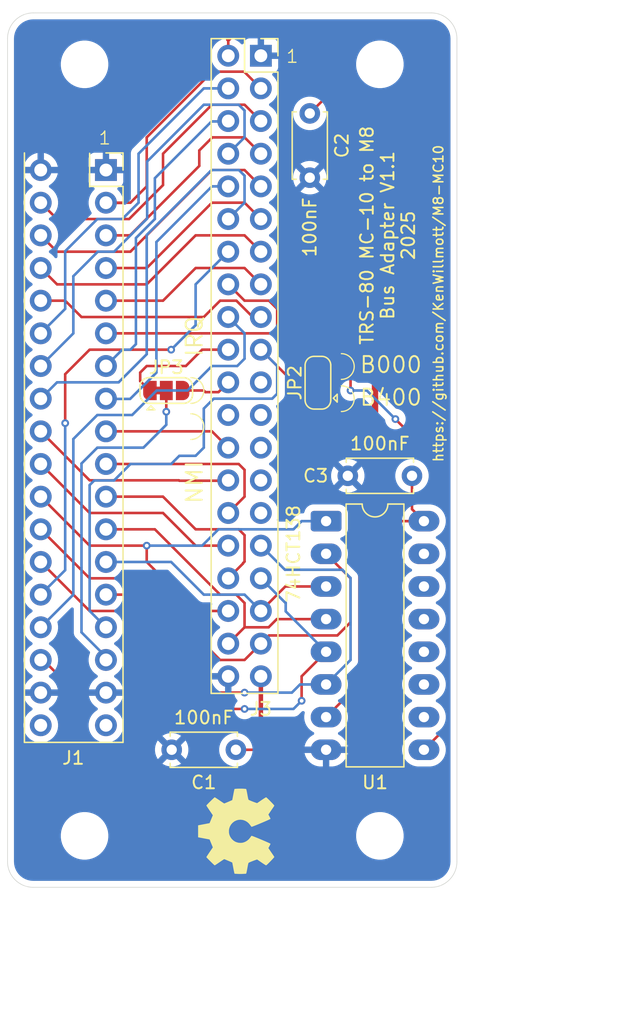
<source format=kicad_pcb>
(kicad_pcb (version 20241229) (generator "pcbnew") (generator_version "9.0")
  (title_block (title "MC-10 to M8 Adapter V1.1") (date "2025-03-10") (rev "1.1") (company "KW"))
  (layers (0 "F.Cu" signal) (2 "B.Cu" signal) (13 "F.Paste" user) (15 "B.Paste" user) (5 "F.SilkS" user "F.Silkscreen") (7 "B.SilkS" user "B.Silkscreen") (1 "F.Mask" user) (3 "B.Mask" user) (25 "Edge.Cuts" user))
  (net 0 "")
  (net 7 "GND")
  (net 8 "R{slash}~{W}")
  (net 9 "/D3")
  (net 10 "/D7")
  (net 11 "/D1")
  (net 12 "~{SEL}")
  (net 13 "/D0")
  (net 14 "/D6")
  (net 15 "VCC")
  (net 16 "/D4")
  (net 17 "E")
  (net 18 "/D2")
  (net 19 "/D5")
  (net 20 "~{RES}")
  (net 21 "/A0")
  (net 22 "/~{NMI}")
  (net 23 "/~{IRQ}")
  (net 24 "/A9")
  (net 25 "/A13")
  (net 26 "/A5")
  (net 27 "/A8")
  (net 28 "/A15")
  (net 29 "/A12")
  (net 30 "/A11")
  (net 31 "/A6")
  (net 32 "/A10")
  (net 33 "/A7")
  (net 34 "/A14")
  (net 35 "Net-(JP2-B)")
  (net 36 "Net-(JP2-A)")
  (net 43 "/A1")
  (net 44 "/A3")
  (net 45 "/A4")
  (net 46 "/A2")
  (net 47 "/~{INT}")
  (footprint "Capacitor_THT:C_Disc_D5.0mm_W2.5mm_P5.00mm" (layer "F.Cu") (at 142.54 77.815 -90)
    (property "Reference" "C2" (at 2.5 -2.5 90) (layer "F.SilkS"))
    (property "Value" "100nF" (at 8.85 0 90) (layer "F.SilkS"))
    (pad "1" thru_hole circle (at 0 0 270) (size 1.6 1.6) (drill 0.8) (layers "*.Cu" "*.Mask") (net 15 "VCC"))
    (pad "2" thru_hole circle (at 5 0 270) (size 1.6 1.6) (drill 0.8) (layers "*.Cu" "*.Mask") (net 7 "GND"))
  )
  (footprint "Jumper:SolderJumper-3_P1.3mm_Bridged12_RoundedPad1.0x1.5mm" (layer "F.Cu") (at 143.175 98.76 90)
    (property "Reference" "JP2" (at 0 -1.8 90) (layer "F.SilkS"))
    (property "Value" "Jumper_3_Bridged12" (hide yes))
    (fp_poly (pts (xy -0.9 -0.3) (xy -0.4 -0.3) (xy -0.4 0.3) (xy -0.9 0.3)) (fill yes) (layer "F.Cu"))
    (pad "1" smd custom (at -1.3 0 90) (size 1 0.5) (layers "F.Cu" "F.Mask") (net 36 "Net-(JP2-A)") (options (clearance outline) (anchor rect)) (primitives (gr_circle (center 0 0.25) (end 0.5 0.25) (width 0) (fill yes)) (gr_circle (center 0 -0.25) (end 0.5 -0.25) (width 0) (fill yes)) (gr_poly (pts (xy 0.55 0.75) (xy 0 0.75) (xy 0 -0.75) (xy 0.55 -0.75)) (width 0) (fill yes))))
    (pad "2" smd rect (at 0 0 90) (size 1 1.5) (layers "F.Cu" "F.Mask") (net 12 "~{SEL}"))
    (pad "3" smd custom (at 1.3 0 90) (size 1 0.5) (layers "F.Cu" "F.Mask") (net 35 "Net-(JP2-B)") (options (clearance outline) (anchor rect)) (primitives (gr_circle (center 0 0.25) (end 0.5 0.25) (width 0) (fill yes)) (gr_circle (center 0 -0.25) (end 0.5 -0.25) (width 0) (fill yes)) (gr_poly (pts (xy 0 0.75) (xy -0.55 0.75) (xy -0.55 -0.75) (xy 0 -0.75)) (width 0) (fill yes))))
  )
  (footprint "Package_DIP:DIP-16_W7.62mm_LongPads" (layer "F.Cu") (at 143.81 109.525)
    (property "Reference" "U1" (at 3.81 20.32 0) (layer "F.SilkS"))
    (property "Value" "74HCT138" (at -2.54 2.54 90) (layer "F.SilkS"))
    (pad "1" thru_hole roundrect (at 0 0) (size 2.4 1.6) (drill 0.8) (layers "*.Cu" "*.Mask") (roundrect_rratio 0.15625) (net 32 "/A10"))
    (pad "2" thru_hole oval (at 0 2.54) (size 2.4 1.6) (drill 0.8) (layers "*.Cu" "*.Mask") (net 29 "/A12"))
    (pad "3" thru_hole oval (at 0 5.08) (size 2.4 1.6) (drill 0.8) (layers "*.Cu" "*.Mask") (net 25 "/A13"))
    (pad "4" thru_hole oval (at 0 7.62) (size 2.4 1.6) (drill 0.8) (layers "*.Cu" "*.Mask") (net 30 "/A11"))
    (pad "5" thru_hole oval (at 0 10.16) (size 2.4 1.6) (drill 0.8) (layers "*.Cu" "*.Mask") (net 34 "/A14"))
    (pad "6" thru_hole oval (at 0 12.7) (size 2.4 1.6) (drill 0.8) (layers "*.Cu" "*.Mask") (net 28 "/A15"))
    (pad "7" thru_hole oval (at 0 15.24) (size 2.4 1.6) (drill 0.8) (layers "*.Cu" "*.Mask") (net 36 "Net-(JP2-A)"))
    (pad "8" thru_hole oval (at 0 17.78) (size 2.4 1.6) (drill 0.8) (layers "*.Cu" "*.Mask") (net 7 "GND"))
    (pad "9" thru_hole oval (at 7.62 17.78) (size 2.4 1.6) (drill 0.8) (layers "*.Cu" "*.Mask") (net 35 "Net-(JP2-B)"))
    (pad "10" thru_hole oval (at 7.62 15.24) (size 2.4 1.6) (drill 0.8) (layers "*.Cu" "*.Mask"))
    (pad "11" thru_hole oval (at 7.62 12.7) (size 2.4 1.6) (drill 0.8) (layers "*.Cu" "*.Mask"))
    (pad "12" thru_hole oval (at 7.62 10.16) (size 2.4 1.6) (drill 0.8) (layers "*.Cu" "*.Mask"))
    (pad "13" thru_hole oval (at 7.62 7.62) (size 2.4 1.6) (drill 0.8) (layers "*.Cu" "*.Mask"))
    (pad "14" thru_hole oval (at 7.62 5.08) (size 2.4 1.6) (drill 0.8) (layers "*.Cu" "*.Mask"))
    (pad "15" thru_hole oval (at 7.62 2.54) (size 2.4 1.6) (drill 0.8) (layers "*.Cu" "*.Mask"))
    (pad "16" thru_hole oval (at 7.62 0) (size 2.4 1.6) (drill 0.8) (layers "*.Cu" "*.Mask") (net 15 "VCC"))
  )
  (footprint "Connector_PinSocket_2.54mm:PinSocket_2x20_P2.54mm_Vertical" (layer "F.Cu") (at 138.73 73.33)
    (property "Reference" "J3" (at 0 50.8 0) (layer "F.SilkS"))
    (property "Value" "Conn_02x20_Odd_Even" (hide yes))
    (pad "1" thru_hole rect (at 0 0) (size 1.7 1.7) (drill 1) (layers "*.Cu" "*.Mask") (net 7 "GND"))
    (pad "2" thru_hole oval (at -2.54 0) (size 1.7 1.7) (drill 1) (layers "*.Cu" "*.Mask") (net 15 "VCC"))
    (pad "3" thru_hole oval (at 0 2.54) (size 1.7 1.7) (drill 1) (layers "*.Cu" "*.Mask") (net 13 "/D0"))
    (pad "4" thru_hole oval (at -2.54 2.54) (size 1.7 1.7) (drill 1) (layers "*.Cu" "*.Mask") (net 21 "/A0"))
    (pad "5" thru_hole oval (at 0 5.08) (size 1.7 1.7) (drill 1) (layers "*.Cu" "*.Mask") (net 11 "/D1"))
    (pad "6" thru_hole oval (at -2.54 5.08) (size 1.7 1.7) (drill 1) (layers "*.Cu" "*.Mask") (net 43 "/A1"))
    (pad "7" thru_hole oval (at 0 7.62) (size 1.7 1.7) (drill 1) (layers "*.Cu" "*.Mask") (net 18 "/D2"))
    (pad "8" thru_hole oval (at -2.54 7.62) (size 1.7 1.7) (drill 1) (layers "*.Cu" "*.Mask") (net 46 "/A2"))
    (pad "9" thru_hole oval (at 0 10.16) (size 1.7 1.7) (drill 1) (layers "*.Cu" "*.Mask") (net 9 "/D3"))
    (pad "10" thru_hole oval (at -2.54 10.16) (size 1.7 1.7) (drill 1) (layers "*.Cu" "*.Mask") (net 44 "/A3"))
    (pad "11" thru_hole oval (at 0 12.7) (size 1.7 1.7) (drill 1) (layers "*.Cu" "*.Mask") (net 16 "/D4"))
    (pad "12" thru_hole oval (at -2.54 12.7) (size 1.7 1.7) (drill 1) (layers "*.Cu" "*.Mask") (net 45 "/A4"))
    (pad "13" thru_hole oval (at 0 15.24) (size 1.7 1.7) (drill 1) (layers "*.Cu" "*.Mask") (net 19 "/D5"))
    (pad "14" thru_hole oval (at -2.54 15.24) (size 1.7 1.7) (drill 1) (layers "*.Cu" "*.Mask") (net 17 "E"))
    (pad "15" thru_hole oval (at 0 17.78) (size 1.7 1.7) (drill 1) (layers "*.Cu" "*.Mask") (net 14 "/D6"))
    (pad "16" thru_hole oval (at -2.54 17.78) (size 1.7 1.7) (drill 1) (layers "*.Cu" "*.Mask") (net 8 "R{slash}~{W}"))
    (pad "17" thru_hole oval (at 0 20.32) (size 1.7 1.7) (drill 1) (layers "*.Cu" "*.Mask") (net 10 "/D7"))
    (pad "18" thru_hole oval (at -2.54 20.32) (size 1.7 1.7) (drill 1) (layers "*.Cu" "*.Mask") (net 20 "~{RES}"))
    (pad "19" thru_hole oval (at 0 22.86) (size 1.7 1.7) (drill 1) (layers "*.Cu" "*.Mask") (net 12 "~{SEL}"))
    (pad "20" thru_hole oval (at -2.54 22.86) (size 1.7 1.7) (drill 1) (layers "*.Cu" "*.Mask") (net 23 "/~{IRQ}"))
    (pad "21" thru_hole oval (at 0 25.4) (size 1.7 1.7) (drill 1) (layers "*.Cu" "*.Mask"))
    (pad "22" thru_hole oval (at -2.54 25.4) (size 1.7 1.7) (drill 1) (layers "*.Cu" "*.Mask") (net 22 "/~{NMI}"))
    (pad "23" thru_hole oval (at 0 27.94) (size 1.7 1.7) (drill 1) (layers "*.Cu" "*.Mask"))
    (pad "24" thru_hole oval (at -2.54 27.94) (size 1.7 1.7) (drill 1) (layers "*.Cu" "*.Mask"))
    (pad "25" thru_hole oval (at 0 30.48) (size 1.7 1.7) (drill 1) (layers "*.Cu" "*.Mask"))
    (pad "26" thru_hole oval (at -2.54 30.48) (size 1.7 1.7) (drill 1) (layers "*.Cu" "*.Mask") (net 26 "/A5"))
    (pad "27" thru_hole oval (at 0 33.02) (size 1.7 1.7) (drill 1) (layers "*.Cu" "*.Mask"))
    (pad "28" thru_hole oval (at -2.54 33.02) (size 1.7 1.7) (drill 1) (layers "*.Cu" "*.Mask") (net 31 "/A6"))
    (pad "29" thru_hole oval (at 0 35.56) (size 1.7 1.7) (drill 1) (layers "*.Cu" "*.Mask"))
    (pad "30" thru_hole oval (at -2.54 35.56) (size 1.7 1.7) (drill 1) (layers "*.Cu" "*.Mask") (net 33 "/A7"))
    (pad "31" thru_hole oval (at 0 38.1) (size 1.7 1.7) (drill 1) (layers "*.Cu" "*.Mask") (net 28 "/A15"))
    (pad "32" thru_hole oval (at -2.54 38.1) (size 1.7 1.7) (drill 1) (layers "*.Cu" "*.Mask") (net 27 "/A8"))
    (pad "33" thru_hole oval (at 0 40.64) (size 1.7 1.7) (drill 1) (layers "*.Cu" "*.Mask") (net 34 "/A14"))
    (pad "34" thru_hole oval (at -2.54 40.64) (size 1.7 1.7) (drill 1) (layers "*.Cu" "*.Mask") (net 24 "/A9"))
    (pad "35" thru_hole oval (at 0 43.18) (size 1.7 1.7) (drill 1) (layers "*.Cu" "*.Mask") (net 25 "/A13"))
    (pad "36" thru_hole oval (at -2.54 43.18) (size 1.7 1.7) (drill 1) (layers "*.Cu" "*.Mask") (net 32 "/A10"))
    (pad "37" thru_hole oval (at 0 45.72) (size 1.7 1.7) (drill 1) (layers "*.Cu" "*.Mask") (net 29 "/A12"))
    (pad "38" thru_hole oval (at -2.54 45.72) (size 1.7 1.7) (drill 1) (layers "*.Cu" "*.Mask") (net 30 "/A11"))
    (pad "39" thru_hole oval (at 0 48.26) (size 1.7 1.7) (drill 1) (layers "*.Cu" "*.Mask") (net 15 "VCC"))
    (pad "40" thru_hole oval (at -2.54 48.26) (size 1.7 1.7) (drill 1) (layers "*.Cu" "*.Mask") (net 7 "GND"))
  )
  (footprint "Jumper:SolderJumper-3_P1.3mm_Bridged12_RoundedPad1.0x1.5mm" (layer "F.Cu") (at 131.364 99.365)
    (property "Reference" "JP3" (at 0 -1.8 0) (layer "F.SilkS"))
    (property "Value" "Jumper_3_Bridged12" (hide yes))
    (fp_poly (pts (xy -0.9 -0.3) (xy -0.4 -0.3) (xy -0.4 0.3) (xy -0.9 0.3)) (fill yes) (layer "F.Cu"))
    (pad "1" smd custom (at -1.3 0) (size 1 0.5) (layers "F.Cu" "F.Mask") (net 23 "/~{IRQ}") (options (clearance outline) (anchor rect)) (primitives (gr_circle (center 0 0.25) (end 0.5 0.25) (width 0) (fill yes)) (gr_circle (center 0 -0.25) (end 0.5 -0.25) (width 0) (fill yes)) (gr_poly (pts (xy 0.55 0.75) (xy 0 0.75) (xy 0 -0.75) (xy 0.55 -0.75)) (width 0) (fill yes))))
    (pad "2" smd rect (at 0 0) (size 1 1.5) (layers "F.Cu" "F.Mask") (net 47 "/~{INT}"))
    (pad "3" smd custom (at 1.3 0) (size 1 0.5) (layers "F.Cu" "F.Mask") (net 22 "/~{NMI}") (options (clearance outline) (anchor rect)) (primitives (gr_circle (center 0 0.25) (end 0.5 0.25) (width 0) (fill yes)) (gr_circle (center 0 -0.25) (end 0.5 -0.25) (width 0) (fill yes)) (gr_poly (pts (xy 0 0.75) (xy -0.55 0.75) (xy -0.55 -0.75) (xy 0 -0.75)) (width 0) (fill yes))))
  )
  (footprint "Library:Edge_Conn_2x18_P2.54mm_RA" (layer "F.Cu") (at 121.585 82.22)
    (property "Reference" "J1" (at 2.54 45.72 0) (layer "F.SilkS"))
    (property "Value" "Conn_02x18_Odd_Even" (hide yes))
    (pad "1" thru_hole rect (at 5.08 0) (size 1.7 1.7) (drill 1) (layers "*.Cu" "*.Mask") (net 7 "GND"))
    (pad "2" thru_hole oval (at 0 0) (size 1.7 1.7) (drill 1) (layers "*.Cu" "*.Mask") (net 7 "GND"))
    (pad "3" thru_hole oval (at 5.08 2.54) (size 1.7 1.7) (drill 1) (layers "*.Cu" "*.Mask") (net 13 "/D0"))
    (pad "4" thru_hole oval (at 0 2.54) (size 1.7 1.7) (drill 1) (layers "*.Cu" "*.Mask") (net 11 "/D1"))
    (pad "5" thru_hole oval (at 5.08 5.08) (size 1.7 1.7) (drill 1) (layers "*.Cu" "*.Mask") (net 18 "/D2"))
    (pad "6" thru_hole oval (at 0 5.08) (size 1.7 1.7) (drill 1) (layers "*.Cu" "*.Mask") (net 9 "/D3"))
    (pad "7" thru_hole oval (at 5.08 7.62) (size 1.7 1.7) (drill 1) (layers "*.Cu" "*.Mask") (net 16 "/D4"))
    (pad "8" thru_hole oval (at 0 7.62) (size 1.7 1.7) (drill 1) (layers "*.Cu" "*.Mask") (net 19 "/D5"))
    (pad "9" thru_hole oval (at 5.08 10.16) (size 1.7 1.7) (drill 1) (layers "*.Cu" "*.Mask") (net 14 "/D6"))
    (pad "10" thru_hole oval (at 0 10.16) (size 1.7 1.7) (drill 1) (layers "*.Cu" "*.Mask") (net 10 "/D7"))
    (pad "11" thru_hole oval (at 5.08 12.7) (size 1.7 1.7) (drill 1) (layers "*.Cu" "*.Mask") (net 8 "R{slash}~{W}"))
    (pad "12" thru_hole oval (at 0 12.7) (size 1.7 1.7) (drill 1) (layers "*.Cu" "*.Mask") (net 21 "/A0"))
    (pad "13" thru_hole oval (at 5.08 15.24) (size 1.7 1.7) (drill 1) (layers "*.Cu" "*.Mask") (net 43 "/A1"))
    (pad "14" thru_hole oval (at 0 15.24) (size 1.7 1.7) (drill 1) (layers "*.Cu" "*.Mask") (net 46 "/A2"))
    (pad "15" thru_hole oval (at 5.08 17.78) (size 1.7 1.7) (drill 1) (layers "*.Cu" "*.Mask") (net 44 "/A3"))
    (pad "16" thru_hole oval (at 0 17.78) (size 1.7 1.7) (drill 1) (layers "*.Cu" "*.Mask") (net 45 "/A4"))
    (pad "17" thru_hole oval (at 5.08 20.32) (size 1.7 1.7) (drill 1) (layers "*.Cu" "*.Mask") (net 26 "/A5"))
    (pad "18" thru_hole oval (at 0 20.32) (size 1.7 1.7) (drill 1) (layers "*.Cu" "*.Mask") (net 31 "/A6"))
    (pad "19" thru_hole oval (at 5.08 22.86) (size 1.7 1.7) (drill 1) (layers "*.Cu" "*.Mask") (net 33 "/A7"))
    (pad "20" thru_hole oval (at 0 22.86) (size 1.7 1.7) (drill 1) (layers "*.Cu" "*.Mask") (net 27 "/A8"))
    (pad "21" thru_hole oval (at 5.08 25.4) (size 1.7 1.7) (drill 1) (layers "*.Cu" "*.Mask") (net 24 "/A9"))
    (pad "22" thru_hole oval (at 0 25.4) (size 1.7 1.7) (drill 1) (layers "*.Cu" "*.Mask") (net 32 "/A10"))
    (pad "23" thru_hole oval (at 5.08 27.94) (size 1.7 1.7) (drill 1) (layers "*.Cu" "*.Mask") (net 30 "/A11"))
    (pad "24" thru_hole oval (at 0 27.94) (size 1.7 1.7) (drill 1) (layers "*.Cu" "*.Mask") (net 29 "/A12"))
    (pad "25" thru_hole oval (at 5.08 30.48) (size 1.7 1.7) (drill 1) (layers "*.Cu" "*.Mask") (net 25 "/A13"))
    (pad "26" thru_hole oval (at 0 30.48) (size 1.7 1.7) (drill 1) (layers "*.Cu" "*.Mask") (net 34 "/A14"))
    (pad "27" thru_hole oval (at 5.08 33.02) (size 1.7 1.7) (drill 1) (layers "*.Cu" "*.Mask") (net 28 "/A15"))
    (pad "28" thru_hole oval (at 0 33.02) (size 1.7 1.7) (drill 1) (layers "*.Cu" "*.Mask") (net 17 "E"))
    (pad "29" thru_hole oval (at 5.08 35.56) (size 1.7 1.7) (drill 1) (layers "*.Cu" "*.Mask") (net 12 "~{SEL}"))
    (pad "30" thru_hole oval (at 0 35.56) (size 1.7 1.7) (drill 1) (layers "*.Cu" "*.Mask") (net 20 "~{RES}"))
    (pad "31" thru_hole oval (at 5.08 38.1) (size 1.7 1.7) (drill 1) (layers "*.Cu" "*.Mask") (net 47 "/~{INT}"))
    (pad "32" thru_hole oval (at 0 38.1) (size 1.7 1.7) (drill 1) (layers "*.Cu" "*.Mask") (net 15 "VCC"))
    (pad "33" thru_hole oval (at 5.08 40.64) (size 1.7 1.7) (drill 1) (layers "*.Cu" "*.Mask") (net 7 "GND"))
    (pad "34" thru_hole oval (at 0 40.64) (size 1.7 1.7) (drill 1) (layers "*.Cu" "*.Mask") (net 7 "GND"))
    (pad "35" thru_hole oval (at 5.08 43.18) (size 1.7 1.7) (drill 1) (layers "*.Cu" "*.Mask"))
    (pad "36" thru_hole oval (at 0 43.18) (size 1.7 1.7) (drill 1) (layers "*.Cu" "*.Mask"))
  )
  (footprint "MountingHole:MountingHole_3.2mm_M3_ISO7380" (layer "F.Cu") (at 125 74)
    (property "Reference" "REF**" (hide yes))
    (property "Value" "MountingHole_3.2mm_M3_ISO7380" (hide yes))
    (pad "" np_thru_hole circle (at 0 0) (size 3.2 3.2) (drill 3.2) (layers "*.Cu" "*.Mask"))
  )
  (footprint "Capacitor_THT:C_Disc_D5.0mm_W2.5mm_P5.00mm" (layer "F.Cu") (at 150.5 106 180)
    (property "Reference" "C3" (at 7.5 0 180) (layer "F.SilkS"))
    (property "Value" "100nF" (at 2.5 2.5 180) (layer "F.SilkS"))
    (pad "1" thru_hole circle (at 0 0 180) (size 1.6 1.6) (drill 0.8) (layers "*.Cu" "*.Mask") (net 15 "VCC"))
    (pad "2" thru_hole circle (at 5 0 180) (size 1.6 1.6) (drill 0.8) (layers "*.Cu" "*.Mask") (net 7 "GND"))
  )
  (footprint "MountingHole:MountingHole_3.2mm_M3_ISO7380" (layer "F.Cu") (at 148 134)
    (property "Reference" "REF**" (hide yes))
    (property "Value" "MountingHole_3.2mm_M3_ISO7380" (hide yes))
    (pad "" np_thru_hole circle (at 0 0) (size 3.2 3.2) (drill 3.2) (layers "*.Cu" "*.Mask"))
  )
  (footprint "MountingHole:MountingHole_3.2mm_M3_ISO7380" (layer "F.Cu") (at 125 134)
    (property "Reference" "REF**" (hide yes))
    (property "Value" "MountingHole_3.2mm_M3_ISO7380" (hide yes))
    (pad "" np_thru_hole circle (at 0 0) (size 3.2 3.2) (drill 3.2) (layers "*.Cu" "*.Mask"))
  )
  (footprint "MountingHole:MountingHole_3.2mm_M3_ISO7380" (layer "F.Cu") (at 148 74)
    (property "Reference" "REF**" (hide yes))
    (property "Value" "MountingHole_3.2mm_M3_ISO7380" (hide yes))
    (pad "" np_thru_hole circle (at 0 0) (size 3.2 3.2) (drill 3.2) (layers "*.Cu" "*.Mask"))
  )
  (footprint "Symbol:OSHW-Symbol_6.7x6mm_SilkScreen" (layer "F.Cu") (at 136.825 133.655 90)
    (property "Reference" "REF**" (hide yes))
    (property "Value" "OSHW-Symbol_6.7x6mm_SilkScreen" (hide yes))
  )
  (footprint "Capacitor_THT:C_Disc_D5.0mm_W2.5mm_P5.00mm" (layer "F.Cu") (at 136.785 127.305 180)
    (property "Reference" "C1" (at 2.5 -2.54 0) (layer "F.SilkS"))
    (property "Value" "100nF" (at 2.5 2.5 0) (layer "F.SilkS"))
    (pad "1" thru_hole circle (at 0 0 180) (size 1.6 1.6) (drill 0.8) (layers "*.Cu" "*.Mask") (net 15 "VCC"))
    (pad "2" thru_hole circle (at 5 0 180) (size 1.6 1.6) (drill 0.8) (layers "*.Cu" "*.Mask") (net 7 "GND"))
  )
  (gr_arc (start 133.285 101.175) (mid 134.285 102.175) (end 133.285 103.175) (stroke (width 0.1)) (layer "F.SilkS"))
  (gr_arc (start 145 96.5) (mid 146 97.5) (end 145 98.5) (stroke (width 0.1)) (layer "F.SilkS"))
  (gr_arc (start 133.285 98.365) (mid 134.285 99.365) (end 133.285 100.365) (stroke (width 0.1)) (layer "F.SilkS"))
  (gr_arc (start 145 99) (mid 146 100) (end 145 101) (stroke (width 0.1)) (layer "F.SilkS"))
  (gr_arc (start 119 72) (mid 119.585786 70.585786) (end 121 70) (stroke (width 0.05)) (layer "Edge.Cuts"))
  (gr_line (start 119 136) (end 119 72) (stroke (width 0.05)) (layer "Edge.Cuts"))
  (gr_line (start 121 70) (end 152 70) (stroke (width 0.05)) (layer "Edge.Cuts"))
  (gr_line (start 152 138) (end 121 138) (stroke (width 0.05)) (layer "Edge.Cuts"))
  (gr_arc (start 121 138) (mid 119.585786 137.414214) (end 119 136) (stroke (width 0.05)) (layer "Edge.Cuts"))
  (gr_arc (start 152 70) (mid 153.414214 70.585786) (end 154 72) (stroke (width 0.05)) (layer "Edge.Cuts"))
  (gr_line (start 154 72) (end 154 136) (stroke (width 0.05)) (layer "Edge.Cuts"))
  (gr_arc (start 154 136) (mid 153.414214 137.414214) (end 152 138) (stroke (width 0.05)) (layer "Edge.Cuts"))
  (gr_text "NMI" (at 134.285 108.255 90) (layer "F.SilkS") (effects (font (size 1.25 1.25)) (justify left bottom)))
  (gr_text "B000" (at 146.35 98.095 0) (layer "F.SilkS") (effects (font (size 1.25 1.25)) (justify left bottom)))
  (gr_text "B400" (at 146.35 100.635 0) (layer "F.SilkS") (effects (font (size 1.25 1.25)) (justify left bottom)))
  (gr_text "IRQ" (at 134.285 96.825 90) (layer "F.SilkS") (effects (font (size 1.25 1.25)) (justify left bottom)))
  (gr_text "https://github.com/KenWillmott/M8-MC10" (at 153 105 90) (layer "F.SilkS") (effects (font (size 0.75 0.75) (thickness 0.125) (bold yes)) (justify left bottom)))
  (gr_text "1" (at 140.635 73.965 0) (layer "F.SilkS") (effects (font (size 1 1) (thickness 0.1)) (justify left bottom)))
  (gr_text "TRS-80 MC-10 to M8\nBus Adapter V1.1\n2025" (at 150.795 87.3 90) (layer "F.SilkS") (effects (font (size 1 1)) (justify bottom)))
  (gr_text "1" (at 126.03 80.315 0) (layer "F.SilkS") (effects (font (size 1 1) (thickness 0.1)) (justify left bottom)))
  (segment (start 140 94.46388) (end 139.54388 94.92) (width 0.2) (layer "F.Cu") (net 8))
  (segment (start 137.46 92.38) (end 139.365 92.38) (width 0.2) (layer "F.Cu") (net 8))
  (segment (start 139.54388 94.92) (end 126.665 94.92) (width 0.2) (layer "F.Cu") (net 8))
  (segment (start 140 93.015) (end 140 94.46388) (width 0.2) (layer "F.Cu") (net 8))
  (segment (start 139.365 92.38) (end 140 93.015) (width 0.2) (layer "F.Cu") (net 8))
  (segment (start 136.19 91.11) (end 137.46 92.38) (width 0.2) (layer "F.Cu") (net 8))
  (segment (start 128.57 88.57) (end 134.92 82.22) (width 0.2) (layer "F.Cu") (net 9))
  (segment (start 122.855 88.57) (end 128.57 88.57) (width 0.2) (layer "F.Cu") (net 9))
  (segment (start 134.92 82.22) (end 137.46 82.22) (width 0.2) (layer "F.Cu") (net 9))
  (segment (start 137.46 82.22) (end 138.73 83.49) (width 0.2) (layer "F.Cu") (net 9))
  (segment (start 121.585 87.3) (end 122.855 88.57) (width 0.2) (layer "F.Cu") (net 9))
  (segment (start 138.095 93.65) (end 138.73 93.65) (width 0.2) (layer "F.Cu") (net 10))
  (segment (start 123.49 92.38) (end 124.76 93.65) (width 0.2) (layer "F.Cu") (net 10))
  (segment (start 136.825 92.38) (end 138.095 93.65) (width 0.2) (layer "F.Cu") (net 10))
  (segment (start 134.285 93.65) (end 135.555 92.38) (width 0.2) (layer "F.Cu") (net 10))
  (segment (start 124.76 93.65) (end 134.285 93.65) (width 0.2) (layer "F.Cu") (net 10))
  (segment (start 121.585 92.38) (end 123.49 92.38) (width 0.2) (layer "F.Cu") (net 10))
  (segment (start 135.555 92.38) (end 136.825 92.38) (width 0.2) (layer "F.Cu") (net 10))
  (segment (start 134.92 77.14) (end 137.43 77.14) (width 0.2) (layer "F.Cu") (net 11))
  (segment (start 122.855 86.03) (end 128.469752 86.03) (width 0.2) (layer "F.Cu") (net 11))
  (segment (start 121.585 84.76) (end 122.855 86.03) (width 0.2) (layer "F.Cu") (net 11))
  (segment (start 131.11 80.95) (end 134.92 77.14) (width 0.2) (layer "F.Cu") (net 11))
  (segment (start 137.46 77.14) (end 138.73 78.41) (width 0.2) (layer "F.Cu") (net 11))
  (segment (start 131.11 83.389752) (end 131.11 80.95) (width 0.2) (layer "F.Cu") (net 11))
  (segment (start 128.469752 86.03) (end 131.11 83.389752) (width 0.2) (layer "F.Cu") (net 11))
  (segment (start 143.175 98.76) (end 143.16 98.745) (width 0.2) (layer "F.Cu") (net 12))
  (segment (start 141.285 98.745) (end 138.73 96.19) (width 0.2) (layer "F.Cu") (net 12))
  (segment (start 138.73 96.19) (end 138.745 96.175) (width 0.2) (layer "F.Cu") (net 12))
  (segment (start 143.16 98.745) (end 141.285 98.745) (width 0.2) (layer "F.Cu") (net 12))
  (segment (start 127.295859 106.361901) (end 128.57776 105.08) (width 0.2) (layer "B.Cu") (net 12))
  (segment (start 125.753099 106.361901) (end 127.295859 106.361901) (width 0.2) (layer "B.Cu") (net 12))
  (segment (start 139.61319 100) (end 140 99.61319) (width 0.2) (layer "B.Cu") (net 12))
  (segment (start 140 99.61319) (end 140 97.46) (width 0.2) (layer "B.Cu") (net 12))
  (segment (start 133.65 104.445) (end 134.285 103.81) (width 0.2) (layer "B.Cu") (net 12))
  (segment (start 126.685 117.8) (end 125.395 116.51) (width 0.2) (layer "B.Cu") (net 12))
  (segment (start 125.395 116.51) (end 125.395 106.72) (width 0.2) (layer "B.Cu") (net 12))
  (segment (start 135.05862 100) (end 139.61319 100) (width 0.2) (layer "B.Cu") (net 12))
  (segment (start 132.38 104.445) (end 133.65 104.445) (width 0.2) (layer "B.Cu") (net 12))
  (segment (start 140 97.46) (end 138.73 96.19) (width 0.2) (layer "B.Cu") (net 12))
  (segment (start 134.285 100.77362) (end 135.05862 100) (width 0.2) (layer "B.Cu") (net 12))
  (segment (start 134.285 103.81) (end 134.285 100.77362) (width 0.2) (layer "B.Cu") (net 12))
  (segment (start 125.395 106.72) (end 125.753099 106.361901) (width 0.2) (layer "B.Cu") (net 12))
  (segment (start 128.57776 105.08) (end 131.745 105.08) (width 0.2) (layer "B.Cu") (net 12))
  (segment (start 131.745 105.08) (end 132.38 104.445) (width 0.2) (layer "B.Cu") (net 12))
  (segment (start 129.84 79.68) (end 134.95 74.57) (width 0.2) (layer "F.Cu") (net 13))
  (segment (start 126.665 84.76) (end 126.685 84.78) (width 0.2) (layer "F.Cu") (net 13))
  (segment (start 126.665 84.76) (end 128.57 84.76) (width 0.2) (layer "F.Cu") (net 13))
  (segment (start 129.84 83.49) (end 129.84 79.68) (width 0.2) (layer "F.Cu") (net 13))
  (segment (start 137.43 74.57) (end 138.73 75.87) (width 0.2) (layer "F.Cu") (net 13))
  (segment (start 134.95 74.57) (end 137.43 74.57) (width 0.2) (layer "F.Cu") (net 13))
  (segment (start 126.685 84.78) (end 127.915 84.78) (width 0.2) (layer "F.Cu") (net 13))
  (segment (start 128.57 84.76) (end 129.84 83.49) (width 0.2) (layer "F.Cu") (net 13))
  (segment (start 126.665 92.38) (end 131.11 92.38) (width 0.2) (layer "F.Cu") (net 14))
  (segment (start 131.11 92.38) (end 133.65 89.84) (width 0.2) (layer "F.Cu") (net 14))
  (segment (start 126.93 92.4) (end 126.91 92.38) (width 0.2) (layer "F.Cu") (net 14))
  (segment (start 133.65 89.84) (end 137.46 89.84) (width 0.2) (layer "F.Cu") (net 14))
  (segment (start 137.46 89.84) (end 138.73 91.11) (width 0.2) (layer "F.Cu") (net 14))
  (segment (start 126.91 92.38) (end 126.665 92.38) (width 0.2) (layer "F.Cu") (net 14))
  (segment (start 123.49 122.03) (end 121.85 120.39) (width 0.2) (layer "F.Cu") (net 15))
  (segment (start 136.785 127.305) (end 138.73 127.305) (width 0.2) (layer "F.Cu") (net 15))
  (segment (start 144.445 75.91) (end 144.445 75.87) (width 0.2) (layer "F.Cu") (net 15))
  (segment (start 145.08 94.92) (end 147.62 97.46) (width 0.5) (layer "F.Cu") (net 15))
  (segment (start 138.73 129.21) (end 145.715 129.21) (width 0.5) (layer "F.Cu") (net 15))
  (segment (start 151.43 109.525) (end 150.5 108.595) (width 0.2) (layer "F.Cu") (net 15))
  (segment (start 137.465 70.79) (end 136.19 72.065) (width 0.35) (layer "F.Cu") (net 15))
  (segment (start 147.62 97.46) (end 147.62 109.145) (width 0.5) (layer "F.Cu") (net 15))
  (segment (start 127.3 129.21) (end 124.125 126.035) (width 0.5) (layer "F.Cu") (net 15))
  (segment (start 142.54 77.815) (end 144.445 75.91) (width 0.2) (layer "F.Cu") (net 15))
  (segment (start 136.19 73.33) (end 136.19 72.065) (width 0.2) (layer "F.Cu") (net 15))
  (segment (start 130.475 129.21) (end 127.3 129.21) (width 0.5) (layer "F.Cu") (net 15))
  (segment (start 141.27 72) (end 140.06 70.79) (width 0.35) (layer "F.Cu") (net 15))
  (segment (start 145.08 76.505) (end 145.08 94.92) (width 0.5) (layer "F.Cu") (net 15))
  (segment (start 138.73 121.59) (end 138.73 127.305) (width 0.35) (layer "F.Cu") (net 15))
  (segment (start 150.5 108.595) (end 150.5 106) (width 0.2) (layer "F.Cu") (net 15))
  (segment (start 124.125 122.665) (end 123.49 122.03) (width 0.5) (layer "F.Cu") (net 15))
  (segment (start 145.715 129.21) (end 148 126.925) (width 0.5) (layer "F.Cu") (net 15))
  (segment (start 140.06 70.79) (end 137.465 70.79) (width 0.35) (layer "F.Cu") (net 15))
  (segment (start 141.27 72) (end 141.905 72.635) (width 0.5) (layer "F.Cu") (net 15))
  (segment (start 138.73 127.305) (end 138.73 129.21) (width 0.35) (layer "F.Cu") (net 15))
  (segment (start 124.125 126.035) (end 124.125 122.665) (width 0.5) (layer "F.Cu") (net 15))
  (segment (start 148 126.925) (end 148 109.525) (width 0.5) (layer "F.Cu") (net 15))
  (segment (start 138.73 129.21) (end 130.475 129.21) (width 0.5) (layer "F.Cu") (net 15))
  (segment (start 141.905 73.33) (end 144.445 75.87) (width 0.5) (layer "F.Cu") (net 15))
  (segment (start 121.85 120.39) (end 121.85 120.34) (width 0.2) (layer "F.Cu") (net 15))
  (segment (start 147.62 109.145) (end 148 109.525) (width 0.5) (layer "F.Cu") (net 15))
  (segment (start 151.43 109.525) (end 148 109.525) (width 0.2) (layer "F.Cu") (net 15))
  (segment (start 144.445 75.87) (end 145.08 76.505) (width 0.5) (layer "F.Cu") (net 15))
  (segment (start 141.905 72.635) (end 141.905 73.33) (width 0.5) (layer "F.Cu") (net 15))
  (segment (start 126.665 89.84) (end 126.685 89.86) (width 0.2) (layer "F.Cu") (net 16))
  (segment (start 126.665 89.84) (end 129.84 89.84) (width 0.2) (layer "F.Cu") (net 16))
  (segment (start 129.84 89.84) (end 134.92 84.76) (width 0.2) (layer "F.Cu") (net 16))
  (segment (start 137.45 84.75) (end 138.73 86.03) (width 0.2) (layer "F.Cu") (net 16))
  (segment (start 134.92 84.76) (end 137.46 84.76) (width 0.2) (layer "F.Cu") (net 16))
  (segment (start 125.395 96.19) (end 123.49 98.095) (width 0.2) (layer "F.Cu") (net 17))
  (segment (start 123.49 98.095) (end 123.49 101.905) (width 0.2) (layer "F.Cu") (net 17))
  (segment (start 131.745 96.19) (end 125.395 96.19) (width 0.2) (layer "F.Cu") (net 17))
  (via (at 123.49 101.905) (size 0.6) (drill 0.3) (layers "F.Cu" "B.Cu") (net 17))
  (via (at 131.745 96.19) (size 0.6) (drill 0.3) (layers "F.Cu" "B.Cu") (net 17))
  (segment (start 133.65 94.285) (end 133.65 91.11) (width 0.2) (layer "B.Cu") (net 17))
  (segment (start 123.49 113.335) (end 121.585 115.24) (width 0.2) (layer "B.Cu") (net 17))
  (segment (start 123.49 101.905) (end 123.49 113.335) (width 0.2) (layer "B.Cu") (net 17))
  (segment (start 131.745 96.19) (end 133.65 94.285) (width 0.2) (layer "B.Cu") (net 17))
  (segment (start 133.65 91.11) (end 136.19 88.57) (width 0.2) (layer "B.Cu") (net 17))
  (segment (start 133.933541 80.696459) (end 134.95 79.68) (width 0.2) (layer "F.Cu") (net 18))
  (segment (start 137.46 79.68) (end 138.73 80.95) (width 0.2) (layer "F.Cu") (net 18))
  (segment (start 126.93 87.32) (end 126.91 87.3) (width 0.2) (layer "F.Cu") (net 18))
  (segment (start 134.95 79.68) (end 137.46 79.68) (width 0.2) (layer "F.Cu") (net 18))
  (segment (start 126.665 87.3) (end 128.53604 87.3) (width 0.2) (layer "F.Cu") (net 18))
  (segment (start 133.933541 81.902499) (end 133.933541 80.696459) (width 0.2) (layer "F.Cu") (net 18))
  (segment (start 128.53604 87.3) (end 133.933541 81.902499) (width 0.2) (layer "F.Cu") (net 18))
  (segment (start 126.91 87.3) (end 126.665 87.3) (width 0.2) (layer "F.Cu") (net 18))
  (segment (start 122.855 91.11) (end 129.84 91.11) (width 0.2) (layer "F.Cu") (net 19))
  (segment (start 137.46 87.3) (end 138.73 88.57) (width 0.2) (layer "F.Cu") (net 19))
  (segment (start 133.65 87.3) (end 137.46 87.3) (width 0.2) (layer "F.Cu") (net 19))
  (segment (start 121.585 89.84) (end 122.855 91.11) (width 0.2) (layer "F.Cu") (net 19))
  (segment (start 129.84 91.11) (end 133.65 87.3) (width 0.2) (layer "F.Cu") (net 19))
  (segment (start 125.99362 101.27) (end 128.70862 101.27) (width 0.2) (layer "B.Cu") (net 20))
  (segment (start 133.015 99.365) (end 134.92 97.46) (width 0.2) (layer "B.Cu") (net 20))
  (segment (start 121.585 117.78) (end 124.125 115.24) (width 0.2) (layer "B.Cu") (net 20))
  (segment (start 134.92 97.46) (end 136.8929 97.46) (width 0.2) (layer "B.Cu") (net 20))
  (segment (start 124.125 115.24) (end 124.125 103.13862) (width 0.2) (layer "B.Cu") (net 20))
  (segment (start 130.61362 99.365) (end 133.015 99.365) (width 0.2) (layer "B.Cu") (net 20))
  (segment (start 124.125 103.13862) (end 125.99362 101.27) (width 0.2) (layer "B.Cu") (net 20))
  (segment (start 137.46 96.8929) (end 137.46 94.92) (width 0.2) (layer "B.Cu") (net 20))
  (segment (start 137.46 94.92) (end 136.19 93.65) (width 0.2) (layer "B.Cu") (net 20))
  (segment (start 136.8929 97.46) (end 137.46 96.8929) (width 0.2) (layer "B.Cu") (net 20))
  (segment (start 128.70862 101.27) (end 130.61362 99.365) (width 0.2) (layer "B.Cu") (net 20))
  (segment (start 127.935 86.03) (end 129.205 84.76) (width 0.2) (layer "B.Cu") (net 21))
  (segment (start 123.49 88.53362) (end 125.99362 86.03) (width 0.2) (layer "B.Cu") (net 21))
  (segment (start 134.285 75.87) (end 136.19 75.87) (width 0.2) (layer "B.Cu") (net 21))
  (segment (start 129.205 84.76) (end 129.205 80.95) (width 0.2) (layer "B.Cu") (net 21))
  (segment (start 121.585 94.92) (end 123.49 93.015) (width 0.2) (layer "B.Cu") (net 21))
  (segment (start 123.49 93.015) (end 123.49 88.53362) (width 0.2) (layer "B.Cu") (net 21))
  (segment (start 129.205 80.95) (end 134.285 75.87) (width 0.2) (layer "B.Cu") (net 21))
  (segment (start 125.99362 86.03) (end 127.935 86.03) (width 0.2) (layer "B.Cu") (net 21))
  (segment (start 135.428 99.492) (end 134.412 99.492) (width 0.2) (layer "F.Cu") (net 22))
  (segment (start 134.412 99.492) (end 134.285 99.365) (width 0.2) (layer "F.Cu") (net 22))
  (segment (start 136.19 98.73) (end 135.428 99.492) (width 0.2) (layer "F.Cu") (net 22))
  (segment (start 134.285 99.365) (end 132.664 99.365) (width 0.2) (layer "F.Cu") (net 22))
  (segment (start 129.84 97.46) (end 129.332 97.968) (width 0.2) (layer "F.Cu") (net 23))
  (segment (start 136.19 96.19) (end 134.158 96.19) (width 0.2) (layer "F.Cu") (net 23))
  (segment (start 136.16 96.16) (end 136.19 96.19) (width 0.2) (layer "F.Cu") (net 23))
  (segment (start 129.332 98.633) (end 130.064 99.365) (width 0.2) (layer "F.Cu") (net 23))
  (segment (start 132.888 97.46) (end 129.84 97.46) (width 0.2) (layer "F.Cu") (net 23))
  (segment (start 129.332 97.968) (end 129.332 98.633) (width 0.2) (layer "F.Cu") (net 23))
  (segment (start 134.158 96.19) (end 132.888 97.46) (width 0.2) (layer "F.Cu") (net 23))
  (segment (start 131.11 107.62) (end 126.665 107.62) (width 0.2) (layer "F.Cu") (net 24))
  (segment (start 137.46 112.67) (end 137.46 110.61612) (width 0.2) (layer "F.Cu") (net 24))
  (segment (start 137.341 112.789) (end 137.46 112.67) (width 0.2) (layer "F.Cu") (net 24))
  (segment (start 136.19 113.97) (end 137.341 112.819) (width 0.2) (layer "F.Cu") (net 24))
  (segment (start 137.46 110.61612) (end 137.00388 110.16) (width 0.2) (layer "F.Cu") (net 24))
  (segment (start 137.341 112.819) (end 137.341 112.789) (width 0.2) (layer "F.Cu") (net 24))
  (segment (start 137.00388 110.16) (end 133.65 110.16) (width 0.2) (layer "F.Cu") (net 24))
  (segment (start 133.65 110.16) (end 131.11 107.62) (width 0.2) (layer "F.Cu") (net 24))
  (segment (start 138.73 116.51) (end 140.635 114.605) (width 0.2) (layer "F.Cu") (net 25))
  (segment (start 140.635 114.605) (end 143.81 114.605) (width 0.2) (layer "F.Cu") (net 25))
  (segment (start 131.745 112.7) (end 134.285 115.24) (width 0.2) (layer "B.Cu") (net 25))
  (segment (start 137.46 115.24) (end 138.73 116.51) (width 0.2) (layer "B.Cu") (net 25))
  (segment (start 134.285 115.24) (end 137.46 115.24) (width 0.2) (layer "B.Cu") (net 25))
  (segment (start 126.665 112.7) (end 131.745 112.7) (width 0.2) (layer "B.Cu") (net 25))
  (segment (start 134.92 102.54) (end 126.665 102.54) (width 0.2) (layer "F.Cu") (net 26))
  (segment (start 136.19 103.81) (end 134.92 102.54) (width 0.2) (layer "F.Cu") (net 26))
  (segment (start 133.65 111.43) (end 136.19 111.43) (width 0.2) (layer "F.Cu") (net 27))
  (segment (start 125.395 108.89) (end 131.11 108.89) (width 0.2) (layer "F.Cu") (net 27))
  (segment (start 121.585 105.08) (end 125.395 108.89) (width 0.2) (layer "F.Cu") (net 27))
  (segment (start 131.11 108.89) (end 133.65 111.43) (width 0.2) (layer "F.Cu") (net 27))
  (segment (start 126.665 115.24) (end 129.205 115.24) (width 0.2) (layer "F.Cu") (net 28))
  (segment (start 132.38 118.415) (end 132.38 120.38) (width 0.2) (layer "F.Cu") (net 28))
  (segment (start 129.205 115.24) (end 132.38 118.415) (width 0.2) (layer "F.Cu") (net 28))
  (segment (start 132.38 120.38) (end 134.86 122.86) (width 0.2) (layer "F.Cu") (net 28))
  (segment (start 134.86 122.86) (end 137.46 122.86) (width 0.2) (layer "F.Cu") (net 28))
  (via (at 137.46 122.86) (size 0.6) (drill 0.3) (layers "F.Cu" "B.Cu") (net 28))
  (segment (start 145.08 113.305) (end 140.605 113.305) (width 0.2) (layer "B.Cu") (net 28))
  (segment (start 141.78138 122.225) (end 143.81 122.225) (width 0.2) (layer "B.Cu") (net 28))
  (segment (start 140.605 113.305) (end 138.73 111.43) (width 0.2) (layer "B.Cu") (net 28))
  (segment (start 141.14638 122.86) (end 141.78138 122.225) (width 0.2) (layer "B.Cu") (net 28))
  (segment (start 141.14638 122.86) (end 137.46 122.86) (width 0.2) (layer "B.Cu") (net 28))
  (segment (start 145.08 113.308975) (end 145.08 113.305) (width 0.2) (layer "B.Cu") (net 28))
  (segment (start 143.81 122.225) (end 145.715 120.32) (width 0.2) (layer "B.Cu") (net 28))
  (segment (start 145.715 120.32) (end 145.715 113.943975) (width 0.2) (layer "B.Cu") (net 28))
  (segment (start 145.715 113.943975) (end 145.08 113.308975) (width 0.2) (layer "B.Cu") (net 28))
  (segment (start 137.46 120.32) (end 135.555 120.32) (width 0.2) (layer "F.Cu") (net 29))
  (segment (start 129.205 113.97) (end 125.395 113.97) (width 0.2) (layer "F.Cu") (net 29))
  (segment (start 138.73 119.05) (end 139.365 118.415) (width 0.2) (layer "F.Cu") (net 29))
  (segment (start 135.555 120.32) (end 129.205 113.97) (width 0.2) (layer "F.Cu") (net 29))
  (segment (start 138.73 119.05) (end 137.46 120.32) (width 0.2) (layer "F.Cu") (net 29))
  (segment (start 139.365 118.415) (end 144.687049 118.415) (width 0.2) (layer "F.Cu") (net 29))
  (segment (start 125.395 113.97) (end 121.585 110.16) (width 0.2) (layer "F.Cu") (net 29))
  (segment (start 144.687049 118.415) (end 145.715 117.387049) (width 0.2) (layer "F.Cu") (net 29))
  (segment (start 145.715 113.97) (end 143.81 112.065) (width 0.2) (layer "F.Cu") (net 29))
  (segment (start 145.715 117.387049) (end 145.715 113.97) (width 0.2) (layer "F.Cu") (net 29))
  (segment (start 137.46 117.78) (end 139.335 117.78) (width 0.2) (layer "F.Cu") (net 30))
  (segment (start 137.46 117.78) (end 136.19 119.05) (width 0.2) (layer "F.Cu") (net 30))
  (segment (start 137.46 115.89) (end 137.46 117.72) (width 0.2) (layer "F.Cu") (net 30))
  (segment (start 126.665 110.16) (end 130.475 110.16) (width 0.2) (layer "F.Cu") (net 30))
  (segment (start 136.81 115.24) (end 137.46 115.89) (width 0.2) (layer "F.Cu") (net 30))
  (segment (start 139.97 117.145) (end 143.81 117.145) (width 0.2) (layer "F.Cu") (net 30))
  (segment (start 130.475 110.16) (end 135.555 115.24) (width 0.2) (layer "F.Cu") (net 30))
  (segment (start 135.555 115.24) (end 136.81 115.24) (width 0.2) (layer "F.Cu") (net 30))
  (segment (start 137.46 117.72) (end 137.46 117.78) (width 0.2) (layer "F.Cu") (net 30))
  (segment (start 139.335 117.78) (end 139.97 117.145) (width 0.2) (layer "F.Cu") (net 30))
  (segment (start 132.38 106.38) (end 136.19 106.38) (width 0.2) (layer "F.Cu") (net 31))
  (segment (start 121.585 102.54) (end 125.395 106.35) (width 0.2) (layer "F.Cu") (net 31))
  (segment (start 132.35 106.35) (end 132.38 106.38) (width 0.2) (layer "F.Cu") (net 31))
  (segment (start 125.395 106.35) (end 132.35 106.35) (width 0.2) (layer "F.Cu") (net 31))
  (segment (start 129.84 111.43) (end 125.395 111.43) (width 0.2) (layer "F.Cu") (net 32))
  (segment (start 129.84 112.7) (end 133.65 116.51) (width 0.2) (layer "F.Cu") (net 32))
  (segment (start 133.65 116.51) (end 136.19 116.51) (width 0.2) (layer "F.Cu") (net 32))
  (segment (start 129.84 111.43) (end 129.84 112.7) (width 0.2) (layer "F.Cu") (net 32))
  (segment (start 125.395 111.43) (end 121.585 107.62) (width 0.2) (layer "F.Cu") (net 32))
  (via (at 129.84 111.43) (size 0.6) (drill 0.3) (layers "F.Cu" "B.Cu") (net 32))
  (segment (start 135.428 110.16) (end 141.27 110.16) (width 0.2) (layer "B.Cu") (net 32))
  (segment (start 129.84 111.43) (end 134.158 111.43) (width 0.2) (layer "B.Cu") (net 32))
  (segment (start 141.27 110.16) (end 141.905 109.525) (width 0.2) (layer "B.Cu") (net 32))
  (segment (start 141.905 109.525) (end 143.81 109.525) (width 0.2) (layer "B.Cu") (net 32))
  (segment (start 134.158 111.43) (end 135.428 110.16) (width 0.2) (layer "B.Cu") (net 32))
  (segment (start 137.46 107.62) (end 136.19 108.89) (width 0.2) (layer "F.Cu") (net 33))
  (segment (start 137.00388 105.08) (end 137.46 105.53612) (width 0.2) (layer "F.Cu") (net 33))
  (segment (start 137.46 105.53612) (end 137.46 107.62) (width 0.2) (layer "F.Cu") (net 33))
  (segment (start 126.665 105.08) (end 137.00388 105.08) (width 0.2) (layer "F.Cu") (net 33))
  (segment (start 125.395 116.51) (end 121.585 112.7) (width 0.2) (layer "F.Cu") (net 34))
  (segment (start 134.285 124.13) (end 131.11 120.955) (width 0.2) (layer "F.Cu") (net 34))
  (segment (start 128.57 116.51) (end 125.395 116.51) (width 0.2) (layer "F.Cu") (net 34))
  (segment (start 131.11 120.955) (end 131.11 119.05) (width 0.2) (layer "F.Cu") (net 34))
  (segment (start 141.905 123.495) (end 141.905 121.59) (width 0.2) (layer "F.Cu") (net 34))
  (segment (start 131.11 119.05) (end 128.57 116.51) (width 0.2) (layer "F.Cu") (net 34))
  (segment (start 137.46 124.13) (end 134.285 124.13) (width 0.2) (layer "F.Cu") (net 34))
  (segment (start 141.905 121.59) (end 143.81 119.685) (width 0.2) (layer "F.Cu") (net 34))
  (via (at 141.905 123.495) (size 0.6) (drill 0.3) (layers "F.Cu" "B.Cu") (net 34))
  (via (at 137.46 124.13) (size 0.6) (drill 0.3) (layers "F.Cu" "B.Cu") (net 34))
  (segment (start 137.46 124.13) (end 141.27 124.13) (width 0.2) (layer "B.Cu") (net 34))
  (segment (start 140.635 115.875) (end 140.665 115.875) (width 0.2) (layer "B.Cu") (net 34))
  (segment (start 140.665 115.875) (end 140.665 116.54) (width 0.2) (layer "B.Cu") (net 34))
  (segment (start 141.27 124.13) (end 141.905 123.495) (width 0.2) (layer "B.Cu") (net 34))
  (segment (start 138.73 113.97) (end 140.635 115.875) (width 0.2) (layer "B.Cu") (net 34))
  (segment (start 140.665 116.54) (end 143.81 119.685) (width 0.2) (layer "B.Cu") (net 34))
  (segment (start 145.08 97.46) (end 143.175 97.46) (width 0.2) (layer "F.Cu") (net 35))
  (segment (start 153.335 105.715) (end 153.335 125.4) (width 0.2) (layer "F.Cu") (net 35))
  (segment (start 149.2075 101.5875) (end 153.335 105.715) (width 0.2) (layer "F.Cu") (net 35))
  (segment (start 145.715 99.365) (end 145.715 98.095) (width 0.2) (layer "F.Cu") (net 35))
  (segment (start 145.715 98.095) (end 145.08 97.46) (width 0.2) (layer "F.Cu") (net 35))
  (segment (start 153.335 125.4) (end 151.43 127.305) (width 0.2) (layer "F.Cu") (net 35))
  (via (at 149.2075 101.5875) (size 0.6) (drill 0.3) (layers "F.Cu" "B.Cu") (net 35))
  (via (at 145.715 99.365) (size 0.6) (drill 0.3) (layers "F.Cu" "B.Cu") (net 35))
  (segment (start 149.2075 101.5875) (end 146.985 99.365) (width 0.2) (layer "B.Cu") (net 35))
  (segment (start 146.985 99.365) (end 145.715 99.365) (width 0.2) (layer "B.Cu") (net 35))
  (segment (start 143.81 124.765) (end 146.401 122.174) (width 0.2) (layer "F.Cu") (net 36))
  (segment (start 146.401 109.017025) (end 143.175 105.791025) (width 0.2) (layer "F.Cu") (net 36))
  (segment (start 146.401 122.174) (end 146.401 109.017025) (width 0.2) (layer "F.Cu") (net 36))
  (segment (start 143.175 105.791025) (end 143.175 100.06) (width 0.2) (layer "F.Cu") (net 36))
  (segment (start 129 87.505) (end 129 95.76) (width 0.2) (layer "B.Cu") (net 43))
  (segment (start 130.475 86.03) (end 129 87.505) (width 0.2) (layer "B.Cu") (net 43))
  (segment (start 136.19 78.44) (end 134.89 78.44) (width 0.2) (layer "B.Cu") (net 43))
  (segment (start 128.57 96.19) (end 127.935 96.19) (width 0.2) (layer "B.Cu") (net 43))
  (segment (start 127.935 96.19) (end 126.665 97.46) (width 0.2) (layer "B.Cu") (net 43))
  (segment (start 130.475 82.855) (end 130.475 86.03) (width 0.2) (layer "B.Cu") (net 43))
  (segment (start 134.89 78.44) (end 130.475 82.855) (width 0.2) (layer "B.Cu") (net 43))
  (segment (start 129 95.76) (end 128.57 96.19) (width 0.2) (layer "B.Cu") (net 43))
  (segment (start 130.594 87.816) (end 134.92 83.49) (width 0.2) (layer "B.Cu") (net 44))
  (segment (start 128.55 100.02) (end 130.594 97.976) (width 0.2) (layer "B.Cu") (net 44))
  (segment (start 126.665 100) (end 126.685 100.02) (width 0.2) (layer "B.Cu") (net 44))
  (segment (start 130.594 97.976) (end 130.594 87.816) (width 0.2) (layer "B.Cu") (net 44))
  (segment (start 134.92 83.49) (end 136.19 83.49) (width 0.2) (layer "B.Cu") (net 44))
  (segment (start 126.685 100.02) (end 128.55 100.02) (width 0.2) (layer "B.Cu") (net 44))
  (segment (start 129.84 87.26605) (end 129.84 96.5429) (width 0.2) (layer "B.Cu") (net 45))
  (segment (start 136.19 86.03) (end 137.46 84.76) (width 0.2) (layer "B.Cu") (net 45))
  (segment (start 122.855 98.73) (end 121.585 100) (width 0.2) (layer "B.Cu") (net 45))
  (segment (start 129.84 96.5429) (end 127.6529 98.73) (width 0.2) (layer "B.Cu") (net 45))
  (segment (start 137.46 82.66112) (end 137.01888 82.22) (width 0.2) (layer "B.Cu") (net 45))
  (segment (start 134.88605 82.22) (end 129.84 87.26605) (width 0.2) (layer "B.Cu") (net 45))
  (segment (start 137.01888 82.22) (end 134.88605 82.22) (width 0.2) (layer "B.Cu") (net 45))
  (segment (start 127.6529 98.73) (end 122.855 98.73) (width 0.2) (layer "B.Cu") (net 45))
  (segment (start 137.46 84.76) (end 137.46 82.66112) (width 0.2) (layer "B.Cu") (net 45))
  (segment (start 136.19 80.95) (end 137.46 79.68) (width 0.2) (layer "B.Cu") (net 46))
  (segment (start 129.87395 85.99605) (end 127.3 88.57) (width 0.2) (layer "B.Cu") (net 46))
  (segment (start 124.125 94.92) (end 121.585 97.46) (width 0.2) (layer "B.Cu") (net 46))
  (segment (start 124.125 90.475) (end 124.125 94.92) (width 0.2) (layer "B.Cu") (net 46))
  (segment (start 137.46 77.59612) (end 137.00388 77.14) (width 0.2) (layer "B.Cu") (net 46))
  (segment (start 127.3 88.57) (end 126.03 88.57) (width 0.2) (layer "B.Cu") (net 46))
  (segment (start 134.285 77.14) (end 129.87395 81.55105) (width 0.2) (layer "B.Cu") (net 46))
  (segment (start 137.00388 77.14) (end 134.285 77.14) (width 0.2) (layer "B.Cu") (net 46))
  (segment (start 126.03 88.57) (end 124.125 90.475) (width 0.2) (layer "B.Cu") (net 46))
  (segment (start 129.87395 81.55105) (end 129.87395 85.99605) (width 0.2) (layer "B.Cu") (net 46))
  (segment (start 137.46 79.68) (end 137.46 77.59612) (width 0.2) (layer "B.Cu") (net 46))
  (segment (start 131.364 99.365) (end 131.364 101.016) (width 0.2) (layer "F.Cu") (net 47))
  (via (at 131.364 101.016) (size 0.6) (drill 0.3) (layers "F.Cu" "B.Cu") (net 47))
  (segment (start 124.76 105.04362) (end 125.99362 103.81) (width 0.2) (layer "B.Cu") (net 47))
  (segment (start 125.99362 103.81) (end 129.586 103.81) (width 0.2) (layer "B.Cu") (net 47))
  (segment (start 126.93 120.34) (end 124.76 118.17) (width 0.2) (layer "B.Cu") (net 47))
  (segment (start 129.586 103.81) (end 131.364 102.032) (width 0.2) (layer "B.Cu") (net 47))
  (segment (start 131.364 102.032) (end 131.364 101.016) (width 0.2) (layer "B.Cu") (net 47))
  (segment (start 124.76 118.17) (end 124.76 105.04362) (width 0.2) (layer "B.Cu") (net 47))
  (zone (net 7) (net_name "GND") (layer "B.Cu") (connect_pads (clearance 0.5)) (min_thickness 0.25) (fill yes (thermal_gap 0.5) (thermal_bridge_width 0.5))
    (polygon (pts (xy 118.413184 68.996323) (xy 154.605 68.996323) (xy 154.605 139.115) (xy 118.413184 138.996323)))
  )
)
</source>
